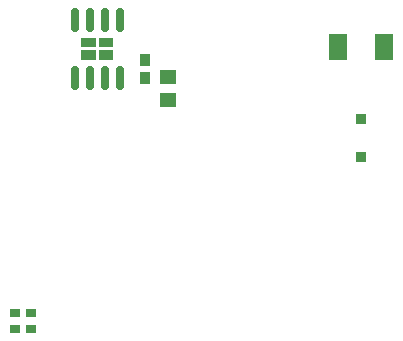
<source format=gbp>
G04*
G04 #@! TF.GenerationSoftware,Altium Limited,Altium Designer,21.3.2 (30)*
G04*
G04 Layer_Color=128*
%FSTAX25Y25*%
%MOIN*%
G70*
G04*
G04 #@! TF.SameCoordinates,0A4AD645-AEA6-451A-A6B0-79CA1E045321*
G04*
G04*
G04 #@! TF.FilePolarity,Positive*
G04*
G01*
G75*
%ADD25R,0.03347X0.02756*%
%ADD36R,0.03740X0.03937*%
%ADD86R,0.05512X0.04724*%
%ADD87R,0.03740X0.03543*%
%ADD88R,0.06400X0.09000*%
G04:AMPARAMS|DCode=90|XSize=77.56mil|YSize=23.62mil|CornerRadius=6.38mil|HoleSize=0mil|Usage=FLASHONLY|Rotation=270.000|XOffset=0mil|YOffset=0mil|HoleType=Round|Shape=RoundedRectangle|*
%AMROUNDEDRECTD90*
21,1,0.07756,0.01087,0,0,270.0*
21,1,0.06480,0.02362,0,0,270.0*
1,1,0.01276,-0.00543,-0.03240*
1,1,0.01276,-0.00543,0.03240*
1,1,0.01276,0.00543,0.03240*
1,1,0.01276,0.00543,-0.03240*
%
%ADD90ROUNDEDRECTD90*%
G36*
X0346467Y0365063D02*
Y0368211D01*
X0341587D01*
Y0365063D01*
X0346467D01*
D02*
G37*
G36*
X0346467Y0369276D02*
Y0372433D01*
X0341587D01*
Y0369276D01*
X0346467D01*
D02*
G37*
G36*
X0352422Y0365063D02*
Y0368212D01*
X0347532D01*
Y0365063D01*
X0352422D01*
D02*
G37*
G36*
X0352427Y0369276D02*
Y0372434D01*
X0347532D01*
Y0369276D01*
X0352427D01*
D02*
G37*
D25*
X03195Y0275441D02*
D03*
Y0280559D02*
D03*
X0325Y0275441D02*
D03*
Y0280559D02*
D03*
D36*
X0363Y0364953D02*
D03*
Y0359047D02*
D03*
D86*
X0370487Y0359258D02*
D03*
Y0351777D02*
D03*
D87*
X0435Y0345201D02*
D03*
Y0332799D02*
D03*
D88*
X04273Y03695D02*
D03*
X04427D02*
D03*
D90*
X03395Y0359D02*
D03*
X03445D02*
D03*
X03495D02*
D03*
X03545D02*
D03*
Y0378488D02*
D03*
X03495D02*
D03*
X03445D02*
D03*
X03395D02*
D03*
M02*

</source>
